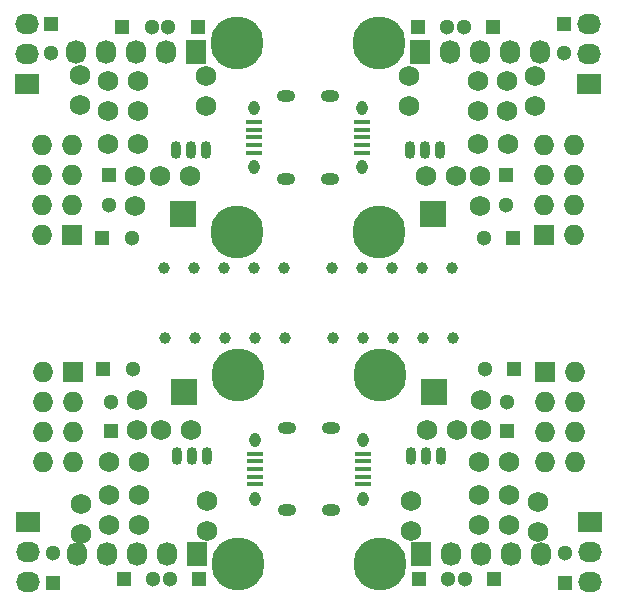
<source format=gts>
G04 #@! TF.FileFunction,Soldermask,Top*
%FSLAX46Y46*%
G04 Gerber Fmt 4.6, Leading zero omitted, Abs format (unit mm)*
G04 Created by KiCad (PCBNEW (after 2015-mar-04 BZR unknown)-product) date 06/27/15 23:08:47*
%MOMM*%
G01*
G04 APERTURE LIST*
%ADD10C,0.100000*%
%ADD11O,0.950000X1.250000*%
%ADD12O,1.550000X1.000000*%
%ADD13C,1.000000*%
%ADD14C,1.727200*%
%ADD15R,1.727200X2.032000*%
%ADD16O,1.727200X2.032000*%
%ADD17R,2.235200X2.235200*%
%ADD18R,1.727200X1.727200*%
%ADD19O,1.727200X1.727200*%
%ADD20R,1.300000X1.300000*%
%ADD21C,1.300000*%
%ADD22R,1.350000X0.400000*%
%ADD23O,0.899160X1.501140*%
%ADD24R,2.032000X1.727200*%
%ADD25O,2.032000X1.727200*%
%ADD26C,4.500880*%
G04 APERTURE END LIST*
D10*
D11*
X179642540Y-141590900D03*
X179642540Y-136590900D03*
D12*
X176942540Y-142590900D03*
X176942540Y-135590900D03*
D13*
X177130000Y-127995000D03*
X182210000Y-127995000D03*
X179670000Y-127995000D03*
X184750000Y-127995000D03*
X187290000Y-127995000D03*
D14*
X187630000Y-135795000D03*
X185090000Y-135795000D03*
X191990000Y-143835000D03*
X191990000Y-141295000D03*
X189690000Y-133255000D03*
X189690000Y-135795000D03*
X194490000Y-141855000D03*
X194490000Y-144395000D03*
X192030000Y-138495000D03*
X189490000Y-138495000D03*
X183690000Y-141755000D03*
X183690000Y-144295000D03*
X189490000Y-143835000D03*
X189490000Y-141295000D03*
D15*
X184590000Y-146295000D03*
D16*
X187130000Y-146295000D03*
X189670000Y-146295000D03*
X192210000Y-146295000D03*
X194750000Y-146295000D03*
D17*
X185690000Y-132595000D03*
D18*
X195096000Y-130839000D03*
D19*
X197636000Y-130839000D03*
X195096000Y-133379000D03*
X197636000Y-133379000D03*
X195096000Y-135919000D03*
X197636000Y-135919000D03*
X195096000Y-138459000D03*
X197636000Y-138459000D03*
D20*
X191890000Y-135895000D03*
D21*
X191890000Y-133395000D03*
D20*
X192490000Y-130595000D03*
D21*
X189990000Y-130595000D03*
D20*
X190790000Y-148395000D03*
D21*
X188290000Y-148395000D03*
D20*
X184390000Y-148395000D03*
D21*
X186890000Y-148395000D03*
D22*
X179642540Y-137789100D03*
X179642540Y-138439100D03*
X179642540Y-139089100D03*
X179642540Y-139739100D03*
X179642540Y-140389100D03*
D11*
X179642540Y-136589100D03*
X179642540Y-141589100D03*
D12*
X176942540Y-135589100D03*
X176942540Y-142589100D03*
D23*
X185020000Y-137995000D03*
X183750000Y-137995000D03*
X186290000Y-137995000D03*
D24*
X198890000Y-143595000D03*
D25*
X198890000Y-146135000D03*
X198890000Y-148675000D03*
D20*
X196790000Y-148695000D03*
D21*
X196790000Y-146195000D03*
D26*
X181080000Y-147090000D03*
X181080000Y-131090000D03*
X180980000Y-119000000D03*
X180980000Y-103000000D03*
D20*
X196690000Y-101395000D03*
D21*
X196690000Y-103895000D03*
D24*
X198790000Y-106495000D03*
D25*
X198790000Y-103955000D03*
X198790000Y-101415000D03*
D23*
X184920000Y-112095000D03*
X183650000Y-112095000D03*
X186190000Y-112095000D03*
D11*
X179542540Y-113500900D03*
X179542540Y-108500900D03*
D12*
X176842540Y-114500900D03*
X176842540Y-107500900D03*
D20*
X184290000Y-101695000D03*
D21*
X186790000Y-101695000D03*
D20*
X190690000Y-101695000D03*
D21*
X188190000Y-101695000D03*
D20*
X192390000Y-119495000D03*
D21*
X189890000Y-119495000D03*
D20*
X191790000Y-114195000D03*
D21*
X191790000Y-116695000D03*
D18*
X194996000Y-119251000D03*
D19*
X197536000Y-119251000D03*
X194996000Y-116711000D03*
X197536000Y-116711000D03*
X194996000Y-114171000D03*
X197536000Y-114171000D03*
X194996000Y-111631000D03*
X197536000Y-111631000D03*
D17*
X185590000Y-117495000D03*
D15*
X184490000Y-103795000D03*
D16*
X187030000Y-103795000D03*
X189570000Y-103795000D03*
X192110000Y-103795000D03*
X194650000Y-103795000D03*
D14*
X189390000Y-106255000D03*
X189390000Y-108795000D03*
X183590000Y-108335000D03*
X183590000Y-105795000D03*
X191930000Y-111595000D03*
X189390000Y-111595000D03*
X194190000Y-108335000D03*
X194190000Y-105795000D03*
X189590000Y-116835000D03*
X189590000Y-114295000D03*
X191890000Y-106255000D03*
X191890000Y-108795000D03*
X187530000Y-114295000D03*
X184990000Y-114295000D03*
D13*
X177030000Y-122095000D03*
X182110000Y-122095000D03*
X179570000Y-122095000D03*
X184650000Y-122095000D03*
X187190000Y-122095000D03*
D22*
X179542540Y-109699100D03*
X179542540Y-110349100D03*
X179542540Y-110999100D03*
X179542540Y-111649100D03*
X179542540Y-112299100D03*
D11*
X179542540Y-108499100D03*
X179542540Y-113499100D03*
D12*
X176842540Y-107499100D03*
X176842540Y-114499100D03*
D22*
X170537460Y-140390900D03*
X170537460Y-139740900D03*
X170537460Y-139090900D03*
X170537460Y-138440900D03*
X170537460Y-137790900D03*
D11*
X170537460Y-141590900D03*
X170537460Y-136590900D03*
D12*
X173237460Y-142590900D03*
X173237460Y-135590900D03*
D13*
X173050000Y-127995000D03*
X167970000Y-127995000D03*
X170510000Y-127995000D03*
X165430000Y-127995000D03*
X162890000Y-127995000D03*
D14*
X162550000Y-135795000D03*
X165090000Y-135795000D03*
X158190000Y-143835000D03*
X158190000Y-141295000D03*
X160490000Y-133255000D03*
X160490000Y-135795000D03*
X155790000Y-142055000D03*
X155790000Y-144595000D03*
X158150000Y-138495000D03*
X160690000Y-138495000D03*
X166490000Y-141755000D03*
X166490000Y-144295000D03*
X160690000Y-143835000D03*
X160690000Y-141295000D03*
D15*
X165590000Y-146295000D03*
D16*
X163050000Y-146295000D03*
X160510000Y-146295000D03*
X157970000Y-146295000D03*
X155430000Y-146295000D03*
D17*
X164490000Y-132595000D03*
D18*
X155084000Y-130839000D03*
D19*
X152544000Y-130839000D03*
X155084000Y-133379000D03*
X152544000Y-133379000D03*
X155084000Y-135919000D03*
X152544000Y-135919000D03*
X155084000Y-138459000D03*
X152544000Y-138459000D03*
D20*
X158290000Y-135895000D03*
D21*
X158290000Y-133395000D03*
D20*
X157690000Y-130595000D03*
D21*
X160190000Y-130595000D03*
D20*
X159390000Y-148395000D03*
D21*
X161890000Y-148395000D03*
D20*
X165790000Y-148395000D03*
D21*
X163290000Y-148395000D03*
D11*
X170537460Y-136589100D03*
X170537460Y-141589100D03*
D12*
X173237460Y-135589100D03*
X173237460Y-142589100D03*
D23*
X165160000Y-137995000D03*
X166430000Y-137995000D03*
X163890000Y-137995000D03*
D24*
X151290000Y-143595000D03*
D25*
X151290000Y-146135000D03*
X151290000Y-148675000D03*
D20*
X153390000Y-148695000D03*
D21*
X153390000Y-146195000D03*
D26*
X169100000Y-147090000D03*
X169100000Y-131090000D03*
X169000000Y-119000000D03*
X169000000Y-103000000D03*
D20*
X153290000Y-101395000D03*
D21*
X153290000Y-103895000D03*
D24*
X151190000Y-106495000D03*
D25*
X151190000Y-103955000D03*
X151190000Y-101415000D03*
D23*
X165060000Y-112095000D03*
X166330000Y-112095000D03*
X163790000Y-112095000D03*
D22*
X170437460Y-112300900D03*
X170437460Y-111650900D03*
X170437460Y-111000900D03*
X170437460Y-110350900D03*
X170437460Y-109700900D03*
D11*
X170437460Y-113500900D03*
X170437460Y-108500900D03*
D12*
X173137460Y-114500900D03*
X173137460Y-107500900D03*
D20*
X165690000Y-101695000D03*
D21*
X163190000Y-101695000D03*
D20*
X159290000Y-101695000D03*
D21*
X161790000Y-101695000D03*
D20*
X157590000Y-119495000D03*
D21*
X160090000Y-119495000D03*
D20*
X158190000Y-114195000D03*
D21*
X158190000Y-116695000D03*
D18*
X154984000Y-119251000D03*
D19*
X152444000Y-119251000D03*
X154984000Y-116711000D03*
X152444000Y-116711000D03*
X154984000Y-114171000D03*
X152444000Y-114171000D03*
X154984000Y-111631000D03*
X152444000Y-111631000D03*
D17*
X164390000Y-117495000D03*
D15*
X165490000Y-103795000D03*
D16*
X162950000Y-103795000D03*
X160410000Y-103795000D03*
X157870000Y-103795000D03*
X155330000Y-103795000D03*
D14*
X160590000Y-106255000D03*
X160590000Y-108795000D03*
X166390000Y-108335000D03*
X166390000Y-105795000D03*
X158050000Y-111595000D03*
X160590000Y-111595000D03*
X155690000Y-108235000D03*
X155690000Y-105695000D03*
X160390000Y-116835000D03*
X160390000Y-114295000D03*
X158090000Y-106255000D03*
X158090000Y-108795000D03*
X162450000Y-114295000D03*
X164990000Y-114295000D03*
D13*
X172950000Y-122095000D03*
X167870000Y-122095000D03*
X170410000Y-122095000D03*
X165330000Y-122095000D03*
X162790000Y-122095000D03*
D11*
X170437460Y-108499100D03*
X170437460Y-113499100D03*
D12*
X173137460Y-107499100D03*
X173137460Y-114499100D03*
M02*

</source>
